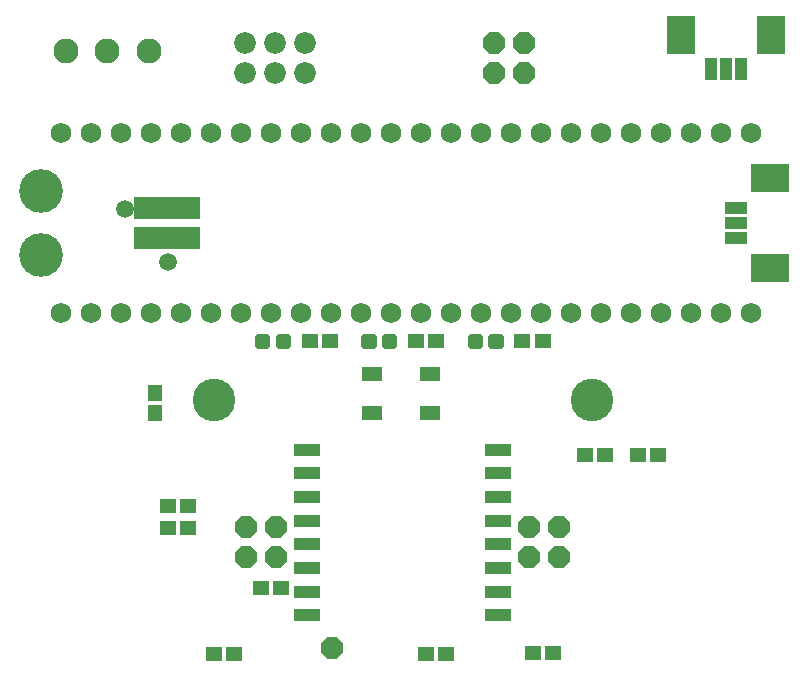
<source format=gbr>
G04 EAGLE Gerber RS-274X export*
G75*
%MOMM*%
%FSLAX34Y34*%
%LPD*%
%INSoldermask Bottom*%
%IPPOS*%
%AMOC8*
5,1,8,0,0,1.08239X$1,22.5*%
G01*
%ADD10C,3.604800*%
%ADD11C,1.752600*%
%ADD12R,1.404800X1.304800*%
%ADD13C,0.600206*%
%ADD14P,1.985969X8X202.500000*%
%ADD15P,1.985969X8X22.500000*%
%ADD16R,1.804800X1.204800*%
%ADD17R,2.304800X1.104800*%
%ADD18P,1.979475X8X22.500000*%
%ADD19R,5.634800X1.954800*%
%ADD20C,3.704800*%
%ADD21R,3.304800X2.404800*%
%ADD22R,1.904800X1.104800*%
%ADD23R,2.404800X3.304800*%
%ADD24R,1.104800X1.904800*%
%ADD25R,1.304800X1.404800*%
%ADD26C,2.104800*%
%ADD27C,1.834800*%
%ADD28C,1.504800*%


D10*
X350000Y230000D03*
X30000Y230000D03*
D11*
X-99400Y303800D03*
X-74000Y303800D03*
X-48600Y303800D03*
X-23200Y303800D03*
X2200Y303800D03*
X27600Y303800D03*
X53000Y303800D03*
X78400Y303800D03*
X103800Y303800D03*
X129200Y303800D03*
X154600Y303800D03*
X180000Y303800D03*
X205400Y303800D03*
X230800Y303800D03*
X281600Y303800D03*
X307000Y303800D03*
X332400Y303800D03*
X357800Y303800D03*
X230800Y456200D03*
X205400Y456200D03*
X180000Y456200D03*
X154600Y456200D03*
X129200Y456200D03*
X103800Y456200D03*
X78400Y456200D03*
X53000Y456200D03*
X27600Y456200D03*
X2200Y456200D03*
X-23200Y456200D03*
X-48600Y456200D03*
X-74000Y456200D03*
X-99400Y456200D03*
X256200Y303800D03*
X357800Y456200D03*
X332400Y456200D03*
X307000Y456200D03*
X281600Y456200D03*
X256200Y456200D03*
X383200Y303800D03*
X408600Y303800D03*
X434000Y303800D03*
X459400Y303800D03*
X484800Y303800D03*
X484800Y456200D03*
X383200Y456200D03*
X408600Y456200D03*
X434000Y456200D03*
X459400Y456200D03*
D12*
X111500Y280000D03*
X128500Y280000D03*
X201500Y280000D03*
X218500Y280000D03*
D13*
X92293Y283523D02*
X92293Y276477D01*
X85247Y276477D01*
X85247Y283523D01*
X92293Y283523D01*
X92293Y282179D02*
X85247Y282179D01*
X74753Y283523D02*
X74753Y276477D01*
X67707Y276477D01*
X67707Y283523D01*
X74753Y283523D01*
X74753Y282179D02*
X67707Y282179D01*
X182293Y283523D02*
X182293Y276477D01*
X175247Y276477D01*
X175247Y283523D01*
X182293Y283523D01*
X182293Y282179D02*
X175247Y282179D01*
X164753Y283523D02*
X164753Y276477D01*
X157707Y276477D01*
X157707Y283523D01*
X164753Y283523D01*
X164753Y282179D02*
X157707Y282179D01*
D14*
X322700Y122700D03*
X322700Y97300D03*
X297300Y122700D03*
X297300Y97300D03*
X82700Y122700D03*
X82700Y97300D03*
X57300Y122700D03*
X57300Y97300D03*
D15*
X267300Y507300D03*
X267300Y532700D03*
X292700Y507300D03*
X292700Y532700D03*
D13*
X272293Y283523D02*
X272293Y276477D01*
X265247Y276477D01*
X265247Y283523D01*
X272293Y283523D01*
X272293Y282179D02*
X265247Y282179D01*
X254753Y283523D02*
X254753Y276477D01*
X247707Y276477D01*
X247707Y283523D01*
X254753Y283523D01*
X254753Y282179D02*
X247707Y282179D01*
D16*
X213500Y252500D03*
X213500Y219500D03*
X164500Y252500D03*
X164500Y219500D03*
D17*
X109000Y48000D03*
X109000Y68000D03*
X109000Y88000D03*
X109000Y108000D03*
X109000Y128000D03*
X109000Y148000D03*
X109000Y168000D03*
X109000Y188000D03*
X271000Y188000D03*
X271000Y168000D03*
X271000Y148000D03*
X271000Y128000D03*
X271000Y108000D03*
X271000Y88000D03*
X271000Y68000D03*
X271000Y48000D03*
D12*
X87500Y71000D03*
X70500Y71000D03*
D18*
X130000Y20000D03*
D19*
X-9100Y392700D03*
X-9100Y367300D03*
D20*
X-116000Y353300D03*
X-116000Y406700D03*
D21*
X501000Y418000D03*
D22*
X472000Y380000D03*
D21*
X501000Y342000D03*
D22*
X472000Y392500D03*
X472000Y367500D03*
D23*
X426000Y539000D03*
D24*
X464000Y510000D03*
D23*
X502000Y539000D03*
D24*
X451500Y510000D03*
X476500Y510000D03*
D12*
X291500Y280000D03*
X308500Y280000D03*
X-8500Y140000D03*
X8500Y140000D03*
X-8500Y122000D03*
X8500Y122000D03*
X406500Y184000D03*
X389500Y184000D03*
X361500Y184000D03*
X344500Y184000D03*
X47500Y15000D03*
X30500Y15000D03*
X317500Y16000D03*
X300500Y16000D03*
D25*
X-20000Y219500D03*
X-20000Y236500D03*
D12*
X209500Y15000D03*
X226500Y15000D03*
D26*
X-60000Y526000D03*
X-25000Y526000D03*
X-95000Y526000D03*
D27*
X56600Y532700D03*
X82000Y532700D03*
X107400Y532700D03*
X56600Y507300D03*
X82000Y507300D03*
X107400Y507300D03*
D28*
X-9000Y347000D03*
X-44968Y392000D03*
M02*

</source>
